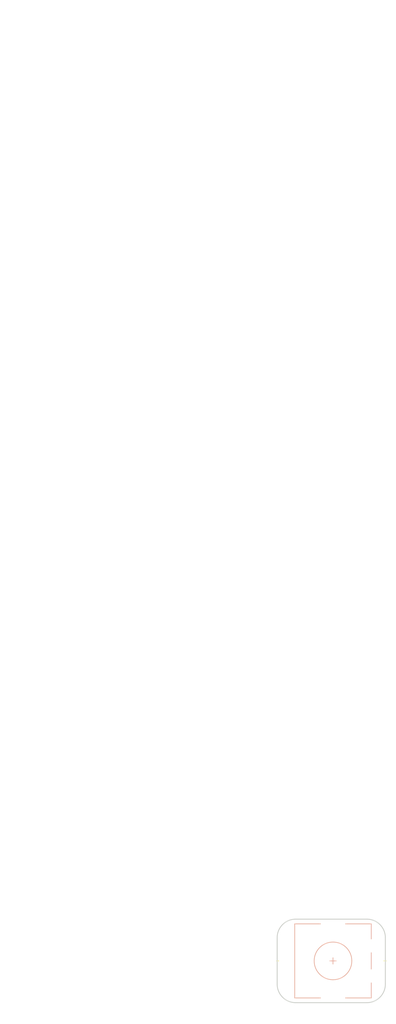
<source format=kicad_pcb>
(kicad_pcb (version 20211014) (generator pcbnew)
  (layers (0 "F.Cu" signal) (31 "B.Cu" signal) (34 "B.Paste" user) (35 "F.Paste" user) (36 "B.SilkS" user "B.Silkscreen") (37 "F.SilkS" user "F.Silkscreen") (38 "B.Mask" user) (39 "F.Mask" user) (44 "Edge.Cuts" user))
  (net 0 "")
  (footprint "Plate:Plate_RotaryEncoder_Alps_EC11E-Switch_Vertical" (layer "F.Cu") (at 98.55 108.05)
    (fp_text reference "SW25" hide)
    (fp_text value "Rotary_Encoder_Switch")
    (fp_line (start 6.1 -5.9) (end 6.1 -3.5) (layer "B.SilkS") (width 0.12))
    (fp_line (start 2 -5.9) (end 6.1 -5.9) (layer "B.SilkS") (width 0.12))
    (fp_line (start 0 -0.5) (end 0 0.5) (layer "B.SilkS") (width 0.12))
    (fp_line (start 6.1 -1.3) (end 6.1 1.3) (layer "B.SilkS") (width 0.12))
    (fp_line (start -2 -5.9) (end -6.1 -5.9) (layer "B.SilkS") (width 0.12))
    (fp_line (start 6.1 3.5) (end 6.1 5.9) (layer "B.SilkS") (width 0.12))
    (fp_line (start 6.1 5.9) (end 2 5.9) (layer "B.SilkS") (width 0.12))
    (fp_line (start -0.5 0) (end 0.5 0) (layer "B.SilkS") (width 0.12))
    (fp_line (start -6.1 -5.9) (end -6.1 5.9) (layer "B.SilkS") (width 0.12))
    (fp_line (start -2 5.9) (end -6.1 5.9) (layer "B.SilkS") (width 0.12))
    (fp_circle (center 0 0) (end 3 0) (layer "B.SilkS") (width 0.12) (fill none))
    (fp_line (start 6.1 3.5) (end 6.1 5.9) (layer "F.SilkS") (width 0.12))
    (fp_line (start -6.1 -5.9) (end -6.1 5.9) (layer "F.SilkS") (width 0.12))
    (fp_line (start -9 0) (end -8.65 0) (layer "F.SilkS") (width 0.12))
    (fp_line (start -0.5 0) (end 0.5 0) (layer "F.SilkS") (width 0.12))
    (fp_line (start 2 -5.9) (end 6.1 -5.9) (layer "F.SilkS") (width 0.12))
    (fp_line (start 8.1 0) (end 8.5 0) (layer "F.SilkS") (width 0.12))
    (fp_line (start -2 -5.9) (end -6.1 -5.9) (layer "F.SilkS") (width 0.12))
    (fp_line (start 6.1 5.9) (end 2 5.9) (layer "F.SilkS") (width 0.12))
    (fp_line (start 6.1 -5.9) (end 6.1 -3.5) (layer "F.SilkS") (width 0.12))
    (fp_line (start 0 -0.5) (end 0 0.5) (layer "F.SilkS") (width 0.12))
    (fp_line (start 6.1 -1.3) (end 6.1 1.3) (layer "F.SilkS") (width 0.12))
    (fp_line (start -2 5.9) (end -6.1 5.9) (layer "F.SilkS") (width 0.12))
    (fp_circle (center 0 0) (end 3 0) (layer "F.SilkS") (width 0.12) (fill none))
    (fp_line (start -8.9 -3.65) (end -8.9 3.75) (layer "Edge.Cuts") (width 0.15))
    (fp_line (start 8.35 3.65) (end 8.35 0.5) (layer "Edge.Cuts") (width 0.15))
    (fp_line (start 8.35 0.5) (end 8.35 -3.75) (layer "Edge.Cuts") (width 0.15))
    (fp_line (start 5.35 -6.65) (end -6 -6.65) (layer "Edge.Cuts") (width 0.15))
    (fp_line (start -5.9 6.65) (end 5.45 6.65) (layer "Edge.Cuts") (width 0.15))
    (fp_arc (start -8.9 -3.65) (mid -8.07132 -5.75061) (end -6 -6.65) (layer "Edge.Cuts") (width 0.15))
    (fp_arc (start 8.35 3.65) (mid 7.52132 5.75061) (end 5.45 6.65) (layer "Edge.Cuts") (width 0.15))
    (fp_arc (start -5.9 6.65) (mid -8.00061 5.82132) (end -8.9 3.75) (layer "Edge.Cuts") (width 0.15))
    (fp_arc (start 5.35 -6.65) (mid 7.45061 -5.82132) (end 8.35 -3.75) (layer "Edge.Cuts") (width 0.15))
  )
)
</source>
